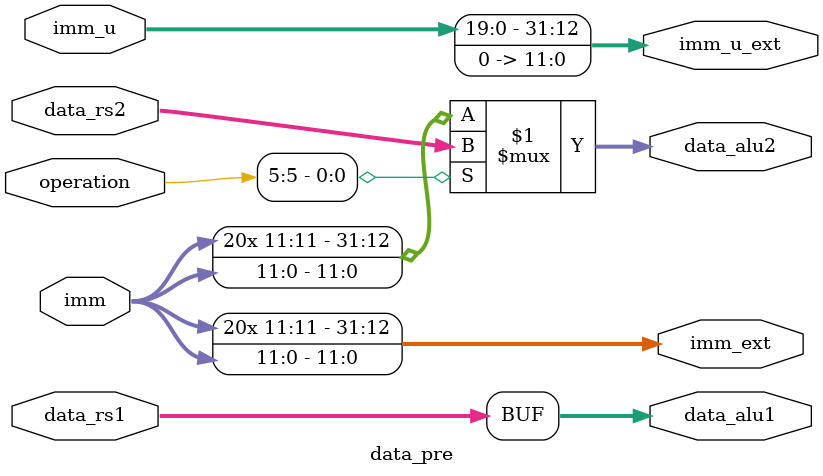
<source format=v>

module data_pre(

	input	[6:0]		operation	,
	input 	[31:0]		data_rs1	,
	input 	[31:0]		data_rs2	,
	input	[11:0]		imm			,
	input	[19:0]		imm_u		,

	output  [31:0]		data_alu1	,
	output  [31:0]		data_alu2	,
	output 	[31:0]		imm_ext		,
	output 	[31:0]		imm_u_ext		

);



	assign imm_ext = {{20{imm[11]}},imm[11:0]};
	assign imm_u_ext = {imm_u,12'd0};

	assign data_alu1 = data_rs1;
	assign data_alu2 = operation[5] ? data_rs2 : imm_ext;




endmodule
</source>
